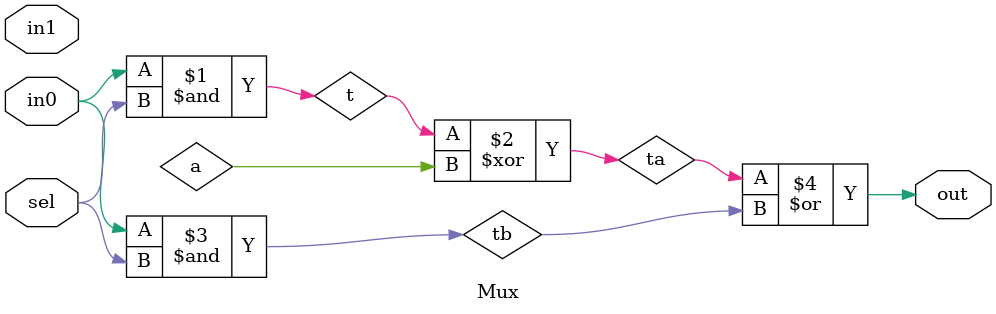
<source format=v>
module Mux(in0, in1, sel, out);
input in0, in1, sel;
output out;

and an0(t, in0, sel);
xor xo0(ta, t, a);
and an1(tb, in0, sel);
or  or0(out, ta, tb);

endmodule
</source>
